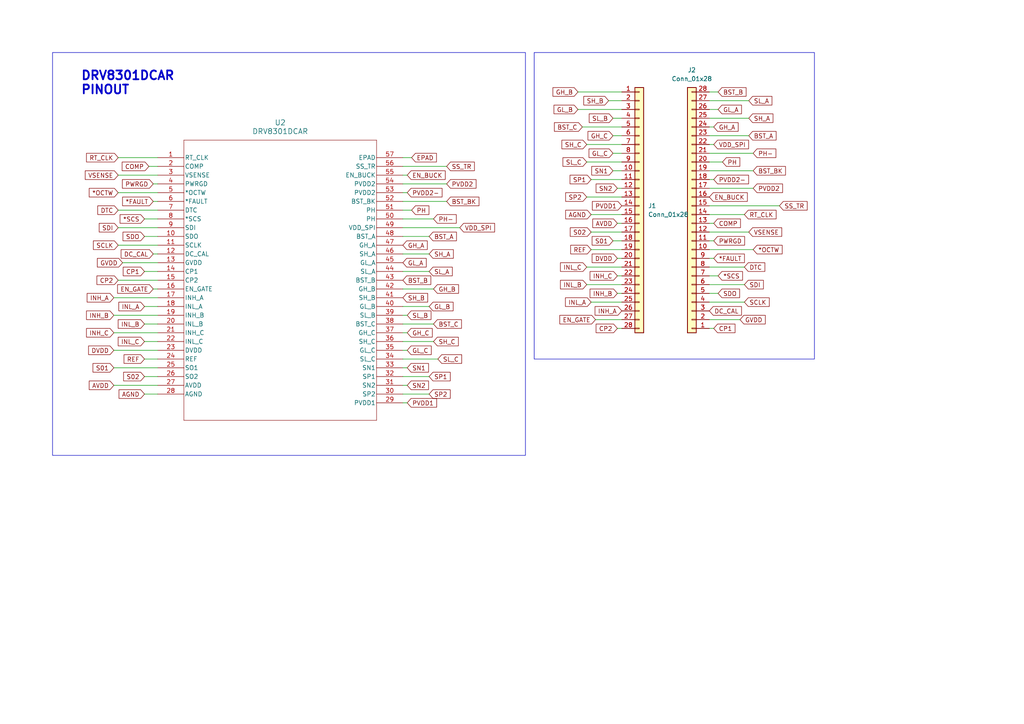
<source format=kicad_sch>
(kicad_sch (version 20231120) (generator "eeschema") (generator_version "8.0")
  (paper "A4")
  (lib_symbols
    (symbol "Connector_Generic:Conn_01x28" (pin_names (offset 1.016) hide)
      (property "Reference" "J" (at 0 35.56 0))
      (property "Value" "Conn_01x28" (at 0 -38.1 0))
      (symbol "Conn_01x28_1_1"
        (rectangle (start -1.27 -35.433) (end 0 -35.687) (stroke (width 0.1524)))
        (rectangle (start -1.27 -32.893) (end 0 -33.147) (stroke (width 0.1524)))
        (rectangle (start -1.27 -30.353) (end 0 -30.607) (stroke (width 0.1524)))
        (rectangle (start -1.27 -27.813) (end 0 -28.067) (stroke (width 0.1524)))
        (rectangle (start -1.27 -25.273) (end 0 -25.527) (stroke (width 0.1524)))
        (rectangle (start -1.27 -22.733) (end 0 -22.987) (stroke (width 0.1524)))
        (rectangle (start -1.27 -20.193) (end 0 -20.447) (stroke (width 0.1524)))
        (rectangle (start -1.27 -17.653) (end 0 -17.907) (stroke (width 0.1524)))
        (rectangle (start -1.27 -15.113) (end 0 -15.367) (stroke (width 0.1524)))
        (rectangle (start -1.27 -12.573) (end 0 -12.827) (stroke (width 0.1524)))
        (rectangle (start -1.27 -10.033) (end 0 -10.287) (stroke (width 0.1524)))
        (rectangle (start -1.27 -7.493) (end 0 -7.747) (stroke (width 0.1524)))
        (rectangle (start -1.27 -4.953) (end 0 -5.207) (stroke (width 0.1524)))
        (rectangle (start -1.27 -2.413) (end 0 -2.667) (stroke (width 0.1524)))
        (rectangle (start -1.27 0.127) (end 0 -0.127) (stroke (width 0.1524)))
        (rectangle (start -1.27 2.667) (end 0 2.413) (stroke (width 0.1524)))
        (rectangle (start -1.27 5.207) (end 0 4.953) (stroke (width 0.1524)))
        (rectangle (start -1.27 7.747) (end 0 7.493) (stroke (width 0.1524)))
        (rectangle (start -1.27 10.287) (end 0 10.033) (stroke (width 0.1524)))
        (rectangle (start -1.27 12.827) (end 0 12.573) (stroke (width 0.1524)))
        (rectangle (start -1.27 15.367) (end 0 15.113) (stroke (width 0.1524)))
        (rectangle (start -1.27 17.907) (end 0 17.653) (stroke (width 0.1524)))
        (rectangle (start -1.27 20.447) (end 0 20.193) (stroke (width 0.1524)))
        (rectangle (start -1.27 22.987) (end 0 22.733) (stroke (width 0.1524)))
        (rectangle (start -1.27 25.527) (end 0 25.273) (stroke (width 0.1524)))
        (rectangle (start -1.27 28.067) (end 0 27.813) (stroke (width 0.1524)))
        (rectangle (start -1.27 30.607) (end 0 30.353) (stroke (width 0.1524)))
        (rectangle (start -1.27 33.147) (end 0 32.893) (stroke (width 0.1524)))
        (rectangle (start -1.27 34.29) (end 1.27 -36.83) (stroke (width 0.254)) (fill (type background)))
        (pin passive line (at -5.08 33.02 0) (length 3.81) (name "Pin_1") (number "1"))
        (pin passive line (at -5.08 10.16 0) (length 3.81) (name "Pin_10") (number "10"))
        (pin passive line (at -5.08 7.62 0) (length 3.81) (name "Pin_11") (number "11"))
        (pin passive line (at -5.08 5.08 0) (length 3.81) (name "Pin_12") (number "12"))
        (pin passive line (at -5.08 2.54 0) (length 3.81) (name "Pin_13") (number "13"))
        (pin passive line (at -5.08 0 0) (length 3.81) (name "Pin_14") (number "14"))
        (pin passive line (at -5.08 -2.54 0) (length 3.81) (name "Pin_15") (number "15"))
        (pin passive line (at -5.08 -5.08 0) (length 3.81) (name "Pin_16") (number "16"))
        (pin passive line (at -5.08 -7.62 0) (length 3.81) (name "Pin_17") (number "17"))
        (pin passive line (at -5.08 -10.16 0) (length 3.81) (name "Pin_18") (number "18"))
        (pin passive line (at -5.08 -12.7 0) (length 3.81) (name "Pin_19") (number "19"))
        (pin passive line (at -5.08 30.48 0) (length 3.81) (name "Pin_2") (number "2"))
        (pin passive line (at -5.08 -15.24 0) (length 3.81) (name "Pin_20") (number "20"))
        (pin passive line (at -5.08 -17.78 0) (length 3.81) (name "Pin_21") (number "21"))
        (pin passive line (at -5.08 -20.32 0) (length 3.81) (name "Pin_22") (number "22"))
        (pin passive line (at -5.08 -22.86 0) (length 3.81) (name "Pin_23") (number "23"))
        (pin passive line (at -5.08 -25.4 0) (length 3.81) (name "Pin_24") (number "24"))
        (pin passive line (at -5.08 -27.94 0) (length 3.81) (name "Pin_25") (number "25"))
        (pin passive line (at -5.08 -30.48 0) (length 3.81) (name "Pin_26") (number "26"))
        (pin passive line (at -5.08 -33.02 0) (length 3.81) (name "Pin_27") (number "27"))
        (pin passive line (at -5.08 -35.56 0) (length 3.81) (name "Pin_28") (number "28"))
        (pin passive line (at -5.08 27.94 0) (length 3.81) (name "Pin_3") (number "3"))
        (pin passive line (at -5.08 25.4 0) (length 3.81) (name "Pin_4") (number "4"))
        (pin passive line (at -5.08 22.86 0) (length 3.81) (name "Pin_5") (number "5"))
        (pin passive line (at -5.08 20.32 0) (length 3.81) (name "Pin_6") (number "6"))
        (pin passive line (at -5.08 17.78 0) (length 3.81) (name "Pin_7") (number "7"))
        (pin passive line (at -5.08 15.24 0) (length 3.81) (name "Pin_8") (number "8"))
        (pin passive line (at -5.08 12.7 0) (length 3.81) (name "Pin_9") (number "9"))
      )
    )
    (symbol "DRV8301DCAR:DRV8301DCAR" (pin_names (offset 0.254))
      (property "Reference" "U" (at 35.56 10.16 0))
      (property "Value" "DRV8301DCAR" (at 35.56 7.62 0))
      (symbol "DRV8301DCAR_0_1"
        (polyline (pts (xy 7.62 -76.2) (xy 63.5 -76.2)) (stroke (width 0.127)))
        (polyline (pts (xy 7.62 5.08) (xy 7.62 -76.2)) (stroke (width 0.127)))
        (polyline (pts (xy 63.5 -76.2) (xy 63.5 5.08)) (stroke (width 0.127)))
        (polyline (pts (xy 63.5 5.08) (xy 7.62 5.08)) (stroke (width 0.127)))
        (pin input line (at 0 0 0) (length 7.62) (name "RT_CLK") (number "1"))
        (pin output line (at 0 -22.86 0) (length 7.62) (name "SDO") (number "10"))
        (pin input line (at 0 -25.4 0) (length 7.62) (name "SCLK") (number "11"))
        (pin input line (at 0 -27.94 0) (length 7.62) (name "DC_CAL") (number "12"))
        (pin power_in line (at 0 -30.48 0) (length 7.62) (name "GVDD") (number "13"))
        (pin power_in line (at 0 -33.02 0) (length 7.62) (name "CP1") (number "14"))
        (pin power_in line (at 0 -35.56 0) (length 7.62) (name "CP2") (number "15"))
        (pin input line (at 0 -38.1 0) (length 7.62) (name "EN_GATE") (number "16"))
        (pin input line (at 0 -40.64 0) (length 7.62) (name "INH_A") (number "17"))
        (pin input line (at 0 -43.18 0) (length 7.62) (name "INL_A") (number "18"))
        (pin input line (at 0 -45.72 0) (length 7.62) (name "INH_B") (number "19"))
        (pin output line (at 0 -2.54 0) (length 7.62) (name "COMP") (number "2"))
        (pin input line (at 0 -48.26 0) (length 7.62) (name "INL_B") (number "20"))
        (pin input line (at 0 -50.8 0) (length 7.62) (name "INH_C") (number "21"))
        (pin input line (at 0 -53.34 0) (length 7.62) (name "INL_C") (number "22"))
        (pin power_in line (at 0 -55.88 0) (length 7.62) (name "DVDD") (number "23"))
        (pin input line (at 0 -58.42 0) (length 7.62) (name "REF") (number "24"))
        (pin output line (at 0 -60.96 0) (length 7.62) (name "SO1") (number "25"))
        (pin output line (at 0 -63.5 0) (length 7.62) (name "SO2") (number "26"))
        (pin power_in line (at 0 -66.04 0) (length 7.62) (name "AVDD") (number "27"))
        (pin power_in line (at 0 -68.58 0) (length 7.62) (name "AGND") (number "28"))
        (pin power_in line (at 71.12 -71.12 180) (length 7.62) (name "PVDD1") (number "29"))
        (pin input line (at 0 -5.08 0) (length 7.62) (name "VSENSE") (number "3"))
        (pin input line (at 71.12 -68.58 180) (length 7.62) (name "SP2") (number "30"))
        (pin input line (at 71.12 -66.04 180) (length 7.62) (name "SN2") (number "31"))
        (pin input line (at 71.12 -63.5 180) (length 7.62) (name "SP1") (number "32"))
        (pin input line (at 71.12 -60.96 180) (length 7.62) (name "SN1") (number "33"))
        (pin input line (at 71.12 -58.42 180) (length 7.62) (name "SL_C") (number "34"))
        (pin output line (at 71.12 -55.88 180) (length 7.62) (name "GL_C") (number "35"))
        (pin input line (at 71.12 -53.34 180) (length 7.62) (name "SH_C") (number "36"))
        (pin output line (at 71.12 -50.8 180) (length 7.62) (name "GH_C") (number "37"))
        (pin power_in line (at 71.12 -48.26 180) (length 7.62) (name "BST_C") (number "38"))
        (pin input line (at 71.12 -45.72 180) (length 7.62) (name "SL_B") (number "39"))
        (pin input line (at 0 -7.62 0) (length 7.62) (name "PWRGD") (number "4"))
        (pin output line (at 71.12 -43.18 180) (length 7.62) (name "GL_B") (number "40"))
        (pin input line (at 71.12 -40.64 180) (length 7.62) (name "SH_B") (number "41"))
        (pin output line (at 71.12 -38.1 180) (length 7.62) (name "GH_B") (number "42"))
        (pin power_in line (at 71.12 -35.56 180) (length 7.62) (name "BST_B") (number "43"))
        (pin input line (at 71.12 -33.02 180) (length 7.62) (name "SL_A") (number "44"))
        (pin output line (at 71.12 -30.48 180) (length 7.62) (name "GL_A") (number "45"))
        (pin input line (at 71.12 -27.94 180) (length 7.62) (name "SH_A") (number "46"))
        (pin output line (at 71.12 -25.4 180) (length 7.62) (name "GH_A") (number "47"))
        (pin power_in line (at 71.12 -22.86 180) (length 7.62) (name "BST_A") (number "48"))
        (pin input line (at 71.12 -20.32 180) (length 7.62) (name "VDD_SPI") (number "49"))
        (pin output line (at 0 -10.16 0) (length 7.62) (name "*OCTW") (number "5"))
        (pin output line (at 71.12 -17.78 180) (length 7.62) (name "PH") (number "50"))
        (pin output line (at 71.12 -15.24 180) (length 7.62) (name "PH") (number "51"))
        (pin power_in line (at 71.12 -12.7 180) (length 7.62) (name "BST_BK") (number "52"))
        (pin power_in line (at 71.12 -10.16 180) (length 7.62) (name "PVDD2") (number "53"))
        (pin power_in line (at 71.12 -7.62 180) (length 7.62) (name "PVDD2") (number "54"))
        (pin input line (at 71.12 -5.08 180) (length 7.62) (name "EN_BUCK") (number "55"))
        (pin input line (at 71.12 -2.54 180) (length 7.62) (name "SS_TR") (number "56"))
        (pin unspecified line (at 71.12 0 180) (length 7.62) (name "EPAD") (number "57"))
        (pin output line (at 0 -12.7 0) (length 7.62) (name "*FAULT") (number "6"))
        (pin input line (at 0 -15.24 0) (length 7.62) (name "DTC") (number "7"))
        (pin input line (at 0 -17.78 0) (length 7.62) (name "*SCS") (number "8"))
        (pin input line (at 0 -20.32 0) (length 7.62) (name "SDI") (number "9"))
      )
    )
  )
  (wire (pts (xy 41.91 93.98) (xy 45.72 93.98)))
  (wire (pts (xy 34.29 55.88) (xy 45.72 55.88)))
  (wire (pts (xy 179.07 54.61) (xy 180.34 54.61)))
  (wire (pts (xy 116.84 101.6) (xy 118.11 101.6)))
  (wire (pts (xy 205.74 82.55) (xy 215.9 82.55)))
  (wire (pts (xy 167.64 31.75) (xy 180.34 31.75)))
  (wire (pts (xy 171.45 52.07) (xy 180.34 52.07)))
  (wire (pts (xy 205.74 80.01) (xy 208.28 80.01)))
  (wire (pts (xy 179.07 74.93) (xy 180.34 74.93)))
  (wire (pts (xy 116.84 45.72) (xy 119.38 45.72)))
  (wire (pts (xy 34.29 66.04) (xy 45.72 66.04)))
  (wire (pts (xy 170.18 41.91) (xy 180.34 41.91)))
  (wire (pts (xy 33.02 101.6) (xy 45.72 101.6)))
  (wire (pts (xy 170.18 77.47) (xy 180.34 77.47)))
  (wire (pts (xy 205.74 74.93) (xy 207.01 74.93)))
  (wire (pts (xy 116.84 88.9) (xy 124.46 88.9)))
  (wire (pts (xy 116.84 104.14) (xy 127 104.14)))
  (wire (pts (xy 116.84 63.5) (xy 125.73 63.5)))
  (wire (pts (xy 205.74 41.91) (xy 207.01 41.91)))
  (wire (pts (xy 34.29 60.96) (xy 45.72 60.96)))
  (wire (pts (xy 170.18 57.15) (xy 180.34 57.15)))
  (wire (pts (xy 34.29 81.28) (xy 45.72 81.28)))
  (wire (pts (xy 205.74 87.63) (xy 215.9 87.63)))
  (wire (pts (xy 177.8 49.53) (xy 180.34 49.53)))
  (wire (pts (xy 205.74 77.47) (xy 215.9 77.47)))
  (wire (pts (xy 177.8 69.85) (xy 180.34 69.85)))
  (wire (pts (xy 171.45 87.63) (xy 180.34 87.63)))
  (wire (pts (xy 116.84 83.82) (xy 125.73 83.82)))
  (wire (pts (xy 179.07 95.25) (xy 180.34 95.25)))
  (wire (pts (xy 116.84 73.66) (xy 124.46 73.66)))
  (wire (pts (xy 116.84 116.84) (xy 118.11 116.84)))
  (wire (pts (xy 205.74 64.77) (xy 207.01 64.77)))
  (wire (pts (xy 116.84 58.42) (xy 129.54 58.42)))
  (wire (pts (xy 34.29 45.72) (xy 45.72 45.72)))
  (wire (pts (xy 205.74 59.69) (xy 226.06 59.69)))
  (wire (pts (xy 205.74 49.53) (xy 218.44 49.53)))
  (wire (pts (xy 168.91 36.83) (xy 180.34 36.83)))
  (wire (pts (xy 116.84 93.98) (xy 125.73 93.98)))
  (wire (pts (xy 179.07 85.09) (xy 180.34 85.09)))
  (wire (pts (xy 205.74 95.25) (xy 207.01 95.25)))
  (wire (pts (xy 171.45 72.39) (xy 180.34 72.39)))
  (wire (pts (xy 41.91 104.14) (xy 45.72 104.14)))
  (wire (pts (xy 205.74 69.85) (xy 207.01 69.85)))
  (wire (pts (xy 205.74 36.83) (xy 207.01 36.83)))
  (wire (pts (xy 116.84 109.22) (xy 124.46 109.22)))
  (wire (pts (xy 116.84 48.26) (xy 129.54 48.26)))
  (wire (pts (xy 205.74 54.61) (xy 218.44 54.61)))
  (wire (pts (xy 34.29 71.12) (xy 45.72 71.12)))
  (wire (pts (xy 205.74 67.31) (xy 217.17 67.31)))
  (wire (pts (xy 205.74 29.21) (xy 217.17 29.21)))
  (wire (pts (xy 41.91 99.06) (xy 45.72 99.06)))
  (wire (pts (xy 33.02 91.44) (xy 45.72 91.44)))
  (wire (pts (xy 205.74 26.67) (xy 208.28 26.67)))
  (wire (pts (xy 171.45 62.23) (xy 180.34 62.23)))
  (wire (pts (xy 205.74 46.99) (xy 209.55 46.99)))
  (wire (pts (xy 116.84 55.88) (xy 118.11 55.88)))
  (wire (pts (xy 33.02 106.68) (xy 45.72 106.68)))
  (wire (pts (xy 116.84 99.06) (xy 125.73 99.06)))
  (wire (pts (xy 205.74 39.37) (xy 217.17 39.37)))
  (wire (pts (xy 205.74 72.39) (xy 218.44 72.39)))
  (wire (pts (xy 116.84 114.3) (xy 124.46 114.3)))
  (wire (pts (xy 41.91 88.9) (xy 45.72 88.9)))
  (wire (pts (xy 44.45 58.42) (xy 45.72 58.42)))
  (wire (pts (xy 170.18 82.55) (xy 180.34 82.55)))
  (wire (pts (xy 41.91 109.22) (xy 45.72 109.22)))
  (wire (pts (xy 167.64 26.67) (xy 180.34 26.67)))
  (wire (pts (xy 41.91 63.5) (xy 45.72 63.5)))
  (wire (pts (xy 116.84 91.44) (xy 118.11 91.44)))
  (wire (pts (xy 34.29 50.8) (xy 45.72 50.8)))
  (wire (pts (xy 179.07 80.01) (xy 180.34 80.01)))
  (wire (pts (xy 205.74 52.07) (xy 207.01 52.07)))
  (wire (pts (xy 205.74 92.71) (xy 214.63 92.71)))
  (wire (pts (xy 172.72 92.71) (xy 180.34 92.71)))
  (wire (pts (xy 179.07 64.77) (xy 180.34 64.77)))
  (wire (pts (xy 176.53 29.21) (xy 180.34 29.21)))
  (wire (pts (xy 116.84 50.8) (xy 118.11 50.8)))
  (wire (pts (xy 177.8 39.37) (xy 180.34 39.37)))
  (wire (pts (xy 33.02 96.52) (xy 45.72 96.52)))
  (wire (pts (xy 44.45 73.66) (xy 45.72 73.66)))
  (wire (pts (xy 41.91 78.74) (xy 45.72 78.74)))
  (wire (pts (xy 116.84 96.52) (xy 118.11 96.52)))
  (wire (pts (xy 41.91 114.3) (xy 45.72 114.3)))
  (wire (pts (xy 116.84 60.96) (xy 119.38 60.96)))
  (wire (pts (xy 205.74 34.29) (xy 217.17 34.29)))
  (wire (pts (xy 205.74 44.45) (xy 218.44 44.45)))
  (wire (pts (xy 171.45 67.31) (xy 180.34 67.31)))
  (wire (pts (xy 116.84 106.68) (xy 118.11 106.68)))
  (wire (pts (xy 177.8 44.45) (xy 180.34 44.45)))
  (wire (pts (xy 44.45 53.34) (xy 45.72 53.34)))
  (wire (pts (xy 41.91 68.58) (xy 45.72 68.58)))
  (wire (pts (xy 44.45 83.82) (xy 45.72 83.82)))
  (wire (pts (xy 116.84 53.34) (xy 129.54 53.34)))
  (wire (pts (xy 33.02 111.76) (xy 45.72 111.76)))
  (wire (pts (xy 116.84 68.58) (xy 124.46 68.58)))
  (wire (pts (xy 33.02 86.36) (xy 45.72 86.36)))
  (wire (pts (xy 177.8 34.29) (xy 180.34 34.29)))
  (wire (pts (xy 116.84 111.76) (xy 118.11 111.76)))
  (wire (pts (xy 205.74 85.09) (xy 208.28 85.09)))
  (wire (pts (xy 170.18 46.99) (xy 180.34 46.99)))
  (wire (pts (xy 116.84 66.04) (xy 133.35 66.04)))
  (wire (pts (xy 205.74 62.23) (xy 215.9 62.23)))
  (wire (pts (xy 35.56 76.2) (xy 45.72 76.2)))
  (wire (pts (xy 43.18 48.26) (xy 45.72 48.26)))
  (wire (pts (xy 116.84 78.74) (xy 124.46 78.74)))
  (wire (pts (xy 205.74 31.75) (xy 208.28 31.75)))
  (rectangle (start 15.24 15.24) (end 152.4 132.08))
  (rectangle (start 154.94 15.24) (end 236.22 104.14))
  (text "DRV8301DCAR \nPINOUT" (at 23.368 24.13 0) (effects (font (size 2.54 2.54) (thickness 0.508) (bold yes)) (justify left)))
  (global_label "INH_C" (shape input) (at 179.07 80.01 180) (property "Intersheetrefs" "${INTERSHEET_REFS}" (effects (hide yes))))
  (global_label "SN2" (shape input) (at 179.07 54.61 180) (property "Intersheetrefs" "${INTERSHEET_REFS}" (effects (hide yes))))
  (global_label "SP1" (shape input) (at 124.46 109.22 0) (property "Intersheetrefs" "${INTERSHEET_REFS}" (effects (hide yes))))
  (global_label "SH_B" (shape input) (at 116.84 86.36 0) (property "Intersheetrefs" "${INTERSHEET_REFS}" (effects (hide yes))))
  (global_label "PH" (shape input) (at 119.38 60.96 0) (property "Intersheetrefs" "${INTERSHEET_REFS}" (effects (hide yes))))
  (global_label "PVDD2" (shape input) (at 129.54 53.34 0) (property "Intersheetrefs" "${INTERSHEET_REFS}" (effects (hide yes))))
  (global_label "PWRGD" (shape input) (at 44.45 53.34 180) (property "Intersheetrefs" "${INTERSHEET_REFS}" (effects (hide yes))))
  (global_label "GL_A" (shape input) (at 116.84 76.2 0) (property "Intersheetrefs" "${INTERSHEET_REFS}" (effects (hide yes))))
  (global_label "DTC" (shape input) (at 34.29 60.96 180) (property "Intersheetrefs" "${INTERSHEET_REFS}" (effects (hide yes))))
  (global_label "PVDD2-" (shape input) (at 118.11 55.88 0) (property "Intersheetrefs" "${INTERSHEET_REFS}" (effects (hide yes))))
  (global_label "S01" (shape input) (at 177.8 69.85 180) (property "Intersheetrefs" "${INTERSHEET_REFS}" (effects (hide yes))))
  (global_label "VDD_SPI" (shape input) (at 207.01 41.91 0) (property "Intersheetrefs" "${INTERSHEET_REFS}" (effects (hide yes))))
  (global_label "SDI" (shape input) (at 34.29 66.04 180) (property "Intersheetrefs" "${INTERSHEET_REFS}" (effects (hide yes))))
  (global_label "COMP" (shape input) (at 43.18 48.26 180) (property "Intersheetrefs" "${INTERSHEET_REFS}" (effects (hide yes))))
  (global_label "SP1" (shape input) (at 171.45 52.07 180) (property "Intersheetrefs" "${INTERSHEET_REFS}" (effects (hide yes))))
  (global_label "*OCTW" (shape input) (at 218.44 72.39 0) (property "Intersheetrefs" "${INTERSHEET_REFS}" (effects (hide yes))))
  (global_label "SCLK" (shape input) (at 215.9 87.63 0) (property "Intersheetrefs" "${INTERSHEET_REFS}" (effects (hide yes))))
  (global_label "CP1" (shape input) (at 207.01 95.25 0) (property "Intersheetrefs" "${INTERSHEET_REFS}" (effects (hide yes))))
  (global_label "GVDD" (shape input) (at 35.56 76.2 180) (property "Intersheetrefs" "${INTERSHEET_REFS}" (effects (hide yes))))
  (global_label "SL_C" (shape input) (at 170.18 46.99 180) (property "Intersheetrefs" "${INTERSHEET_REFS}" (effects (hide yes))))
  (global_label "*SCS" (shape input) (at 41.91 63.5 180) (property "Intersheetrefs" "${INTERSHEET_REFS}" (effects (hide yes))))
  (global_label "INL_A" (shape input) (at 171.45 87.63 180) (property "Intersheetrefs" "${INTERSHEET_REFS}" (effects (hide yes))))
  (global_label "PH-" (shape input) (at 218.44 44.45 0) (property "Intersheetrefs" "${INTERSHEET_REFS}" (effects (hide yes))))
  (global_label "PVDD1" (shape input) (at 180.34 59.69 180) (property "Intersheetrefs" "${INTERSHEET_REFS}" (effects (hide yes))))
  (global_label "PVDD1" (shape input) (at 118.11 116.84 0) (property "Intersheetrefs" "${INTERSHEET_REFS}" (effects (hide yes))))
  (global_label "*OCTW" (shape input) (at 34.29 55.88 180) (property "Intersheetrefs" "${INTERSHEET_REFS}" (effects (hide yes))))
  (global_label "VSENSE" (shape input) (at 34.29 50.8 180) (property "Intersheetrefs" "${INTERSHEET_REFS}" (effects (hide yes))))
  (global_label "AVDD" (shape input) (at 179.07 64.77 180) (property "Intersheetrefs" "${INTERSHEET_REFS}" (effects (hide yes))))
  (global_label "GL_C" (shape input) (at 118.11 101.6 0) (property "Intersheetrefs" "${INTERSHEET_REFS}" (effects (hide yes))))
  (global_label "COMP" (shape input) (at 207.01 64.77 0) (property "Intersheetrefs" "${INTERSHEET_REFS}" (effects (hide yes))))
  (global_label "CP2" (shape input) (at 179.07 95.25 180) (property "Intersheetrefs" "${INTERSHEET_REFS}" (effects (hide yes))))
  (global_label "INL_C" (shape input) (at 41.91 99.06 180) (property "Intersheetrefs" "${INTERSHEET_REFS}" (effects (hide yes))))
  (global_label "*SCS" (shape input) (at 208.28 80.01 0) (property "Intersheetrefs" "${INTERSHEET_REFS}" (effects (hide yes))))
  (global_label "BST_A" (shape input) (at 124.46 68.58 0) (property "Intersheetrefs" "${INTERSHEET_REFS}" (effects (hide yes))))
  (global_label "AGND" (shape input) (at 41.91 114.3 180) (property "Intersheetrefs" "${INTERSHEET_REFS}" (effects (hide yes))))
  (global_label "SH_A" (shape input) (at 124.46 73.66 0) (property "Intersheetrefs" "${INTERSHEET_REFS}" (effects (hide yes))))
  (global_label "SL_A" (shape input) (at 124.46 78.74 0) (property "Intersheetrefs" "${INTERSHEET_REFS}" (effects (hide yes))))
  (global_label "GL_B" (shape input) (at 124.46 88.9 0) (property "Intersheetrefs" "${INTERSHEET_REFS}" (effects (hide yes))))
  (global_label "CP2" (shape input) (at 34.29 81.28 180) (property "Intersheetrefs" "${INTERSHEET_REFS}" (effects (hide yes))))
  (global_label "GH_B" (shape input) (at 167.64 26.67 180) (property "Intersheetrefs" "${INTERSHEET_REFS}" (effects (hide yes))))
  (global_label "BST_BK" (shape input) (at 129.54 58.42 0) (property "Intersheetrefs" "${INTERSHEET_REFS}" (effects (hide yes))))
  (global_label "PVDD2" (shape input) (at 218.44 54.61 0) (property "Intersheetrefs" "${INTERSHEET_REFS}" (effects (hide yes))))
  (global_label "INH_B" (shape input) (at 33.02 91.44 180) (property "Intersheetrefs" "${INTERSHEET_REFS}" (effects (hide yes))))
  (global_label "DC_CAL" (shape input) (at 205.74 90.17 0) (property "Intersheetrefs" "${INTERSHEET_REFS}" (effects (hide yes))))
  (global_label "*FAULT" (shape input) (at 207.01 74.93 0) (property "Intersheetrefs" "${INTERSHEET_REFS}" (effects (hide yes))))
  (global_label "SDO" (shape input) (at 208.28 85.09 0) (property "Intersheetrefs" "${INTERSHEET_REFS}" (effects (hide yes))))
  (global_label "EN_BUCK" (shape input) (at 118.11 50.8 0) (property "Intersheetrefs" "${INTERSHEET_REFS}" (effects (hide yes))))
  (global_label "EN_GATE" (shape input) (at 44.45 83.82 180) (property "Intersheetrefs" "${INTERSHEET_REFS}" (effects (hide yes))))
  (global_label "SCLK" (shape input) (at 34.29 71.12 180) (property "Intersheetrefs" "${INTERSHEET_REFS}" (effects (hide yes))))
  (global_label "AVDD" (shape input) (at 33.02 111.76 180) (property "Intersheetrefs" "${INTERSHEET_REFS}" (effects (hide yes))))
  (global_label "INL_A" (shape input) (at 41.91 88.9 180) (property "Intersheetrefs" "${INTERSHEET_REFS}" (effects (hide yes))))
  (global_label "SH_A" (shape input) (at 217.17 34.29 0) (property "Intersheetrefs" "${INTERSHEET_REFS}" (effects (hide yes))))
  (global_label "BST_BK" (shape input) (at 218.44 49.53 0) (property "Intersheetrefs" "${INTERSHEET_REFS}" (effects (hide yes))))
  (global_label "EN_BUCK" (shape input) (at 205.74 57.15 0) (property "Intersheetrefs" "${INTERSHEET_REFS}" (effects (hide yes))))
  (global_label "VSENSE" (shape input) (at 217.17 67.31 0) (property "Intersheetrefs" "${INTERSHEET_REFS}" (effects (hide yes))))
  (global_label "AGND" (shape input) (at 171.45 62.23 180) (property "Intersheetrefs" "${INTERSHEET_REFS}" (effects (hide yes))))
  (global_label "SH_C" (shape input) (at 125.73 99.06 0) (property "Intersheetrefs" "${INTERSHEET_REFS}" (effects (hide yes))))
  (global_label "SH_C" (shape input) (at 170.18 41.91 180) (property "Intersheetrefs" "${INTERSHEET_REFS}" (effects (hide yes))))
  (global_label "GH_A" (shape input) (at 116.84 71.12 0) (property "Intersheetrefs" "${INTERSHEET_REFS}" (effects (hide yes))))
  (global_label "INH_A" (shape input) (at 33.02 86.36 180) (property "Intersheetrefs" "${INTERSHEET_REFS}" (effects (hide yes))))
  (global_label "VDD_SPI" (shape input) (at 133.35 66.04 0) (property "Intersheetrefs" "${INTERSHEET_REFS}" (effects (hide yes))))
  (global_label "EPAD" (shape input) (at 119.38 45.72 0) (property "Intersheetrefs" "${INTERSHEET_REFS}" (effects (hide yes))))
  (global_label "INL_C" (shape input) (at 170.18 77.47 180) (property "Intersheetrefs" "${INTERSHEET_REFS}" (effects (hide yes))))
  (global_label "SH_B" (shape input) (at 176.53 29.21 180) (property "Intersheetrefs" "${INTERSHEET_REFS}" (effects (hide yes))))
  (global_label "DVDD" (shape input) (at 33.02 101.6 180) (property "Intersheetrefs" "${INTERSHEET_REFS}" (effects (hide yes))))
  (global_label "REF" (shape input) (at 41.91 104.14 180) (property "Intersheetrefs" "${INTERSHEET_REFS}" (effects (hide yes))))
  (global_label "GH_A" (shape input) (at 207.01 36.83 0) (property "Intersheetrefs" "${INTERSHEET_REFS}" (effects (hide yes))))
  (global_label "GVDD" (shape input) (at 214.63 92.71 0) (property "Intersheetrefs" "${INTERSHEET_REFS}" (effects (hide yes))))
  (global_label "DC_CAL" (shape input) (at 44.45 73.66 180) (property "Intersheetrefs" "${INTERSHEET_REFS}" (effects (hide yes))))
  (global_label "BST_A" (shape input) (at 217.17 39.37 0) (property "Intersheetrefs" "${INTERSHEET_REFS}" (effects (hide yes))))
  (global_label "SDI" (shape input) (at 215.9 82.55 0) (property "Intersheetrefs" "${INTERSHEET_REFS}" (effects (hide yes))))
  (global_label "EN_GATE" (shape input) (at 172.72 92.71 180) (property "Intersheetrefs" "${INTERSHEET_REFS}" (effects (hide yes))))
  (global_label "INH_A" (shape input) (at 180.34 90.17 180) (property "Intersheetrefs" "${INTERSHEET_REFS}" (effects (hide yes))))
  (global_label "INH_B" (shape input) (at 179.07 85.09 180) (property "Intersheetrefs" "${INTERSHEET_REFS}" (effects (hide yes))))
  (global_label "SL_A" (shape input) (at 217.17 29.21 0) (property "Intersheetrefs" "${INTERSHEET_REFS}" (effects (hide yes))))
  (global_label "S01" (shape input) (at 33.02 106.68 180) (property "Intersheetrefs" "${INTERSHEET_REFS}" (effects (hide yes))))
  (global_label "SP2" (shape input) (at 170.18 57.15 180) (property "Intersheetrefs" "${INTERSHEET_REFS}" (effects (hide yes))))
  (global_label "PH-" (shape input) (at 125.73 63.5 0) (property "Intersheetrefs" "${INTERSHEET_REFS}" (effects (hide yes))))
  (global_label "SS_TR" (shape input) (at 226.06 59.69 0) (property "Intersheetrefs" "${INTERSHEET_REFS}" (effects (hide yes))))
  (global_label "BST_C" (shape input) (at 168.91 36.83 180) (property "Intersheetrefs" "${INTERSHEET_REFS}" (effects (hide yes))))
  (global_label "GL_C" (shape input) (at 177.8 44.45 180) (property "Intersheetrefs" "${INTERSHEET_REFS}" (effects (hide yes))))
  (global_label "GH_C" (shape input) (at 177.8 39.37 180) (property "Intersheetrefs" "${INTERSHEET_REFS}" (effects (hide yes))))
  (global_label "S02" (shape input) (at 171.45 67.31 180) (property "Intersheetrefs" "${INTERSHEET_REFS}" (effects (hide yes))))
  (global_label "SN1" (shape input) (at 118.11 106.68 0) (property "Intersheetrefs" "${INTERSHEET_REFS}" (effects (hide yes))))
  (global_label "INH_C" (shape input) (at 33.02 96.52 180) (property "Intersheetrefs" "${INTERSHEET_REFS}" (effects (hide yes))))
  (global_label "PWRGD" (shape input) (at 207.01 69.85 0) (property "Intersheetrefs" "${INTERSHEET_REFS}" (effects (hide yes))))
  (global_label "INL_B" (shape input) (at 41.91 93.98 180) (property "Intersheetrefs" "${INTERSHEET_REFS}" (effects (hide yes))))
  (global_label "BST_B" (shape input) (at 208.28 26.67 0) (property "Intersheetrefs" "${INTERSHEET_REFS}" (effects (hide yes))))
  (global_label "REF" (shape input) (at 171.45 72.39 180) (property "Intersheetrefs" "${INTERSHEET_REFS}" (effects (hide yes))))
  (global_label "SL_B" (shape input) (at 118.11 91.44 0) (property "Intersheetrefs" "${INTERSHEET_REFS}" (effects (hide yes))))
  (global_label "PH" (shape input) (at 209.55 46.99 0) (property "Intersheetrefs" "${INTERSHEET_REFS}" (effects (hide yes))))
  (global_label "GH_B" (shape input) (at 125.73 83.82 0) (property "Intersheetrefs" "${INTERSHEET_REFS}" (effects (hide yes))))
  (global_label "SP2" (shape input) (at 124.46 114.3 0) (property "Intersheetrefs" "${INTERSHEET_REFS}" (effects (hide yes))))
  (global_label "RT_CLK" (shape input) (at 34.29 45.72 180) (property "Intersheetrefs" "${INTERSHEET_REFS}" (effects (hide yes))))
  (global_label "SN2" (shape input) (at 118.11 111.76 0) (property "Intersheetrefs" "${INTERSHEET_REFS}" (effects (hide yes))))
  (global_label "GL_A" (shape input) (at 208.28 31.75 0) (property "Intersheetrefs" "${INTERSHEET_REFS}" (effects (hide yes))))
  (global_label "SS_TR" (shape input) (at 129.54 48.26 0) (property "Intersheetrefs" "${INTERSHEET_REFS}" (effects (hide yes))))
  (global_label "*FAULT" (shape input) (at 44.45 58.42 180) (property "Intersheetrefs" "${INTERSHEET_REFS}" (effects (hide yes))))
  (global_label "RT_CLK" (shape input) (at 215.9 62.23 0) (property "Intersheetrefs" "${INTERSHEET_REFS}" (effects (hide yes))))
  (global_label "PVDD2-" (shape input) (at 207.01 52.07 0) (property "Intersheetrefs" "${INTERSHEET_REFS}" (effects (hide yes))))
  (global_label "BST_C" (shape input) (at 125.73 93.98 0) (property "Intersheetrefs" "${INTERSHEET_REFS}" (effects (hide yes))))
  (global_label "DVDD" (shape input) (at 179.07 74.93 180) (property "Intersheetrefs" "${INTERSHEET_REFS}" (effects (hide yes))))
  (global_label "SL_B" (shape input) (at 177.8 34.29 180) (property "Intersheetrefs" "${INTERSHEET_REFS}" (effects (hide yes))))
  (global_label "SDO" (shape input) (at 41.91 68.58 180) (property "Intersheetrefs" "${INTERSHEET_REFS}" (effects (hide yes))))
  (global_label "S02" (shape input) (at 41.91 109.22 180) (property "Intersheetrefs" "${INTERSHEET_REFS}" (effects (hide yes))))
  (global_label "GH_C" (shape input) (at 118.11 96.52 0) (property "Intersheetrefs" "${INTERSHEET_REFS}" (effects (hide yes))))
  (global_label "DTC" (shape input) (at 215.9 77.47 0) (property "Intersheetrefs" "${INTERSHEET_REFS}" (effects (hide yes))))
  (global_label "SL_C" (shape input) (at 127 104.14 0) (property "Intersheetrefs" "${INTERSHEET_REFS}" (effects (hide yes))))
  (global_label "INL_B" (shape input) (at 170.18 82.55 180) (property "Intersheetrefs" "${INTERSHEET_REFS}" (effects (hide yes))))
  (global_label "SN1" (shape input) (at 177.8 49.53 180) (property "Intersheetrefs" "${INTERSHEET_REFS}" (effects (hide yes))))
  (global_label "BST_B" (shape input) (at 116.84 81.28 0) (property "Intersheetrefs" "${INTERSHEET_REFS}" (effects (hide yes))))
  (global_label "CP1" (shape input) (at 41.91 78.74 180) (property "Intersheetrefs" "${INTERSHEET_REFS}" (effects (hide yes))))
  (global_label "GL_B" (shape input) (at 167.64 31.75 180) (property "Intersheetrefs" "${INTERSHEET_REFS}" (effects (hide yes))))
  (symbol (lib_id "Connector_Generic:Conn_01x28") (at 185.42 59.69 0) (unit 1)
    (property "Reference" "J1" (at 187.96 59.6899 0) (effects (justify left)))
    (property "Value" "Conn_01x28" (at 187.96 62.2299 0) (effects (justify left)))
    (property "Footprint" "Connector_PinHeader_2.54mm:PinHeader_1x28_P2.54mm_Vertical" (effects (hide yes)))
    (property "Description" "Generic connector, single row, 01x28, script generated (kicad-library-utils/schlib/autogen/connector/)" (effects (hide yes)))
  )
  (symbol (lib_id "Connector_Generic:Conn_01x28") (at 200.66 62.23 180) (unit 1)
    (property "Reference" "J2" (at 200.66 20.32 0))
    (property "Value" "Conn_01x28" (at 200.66 22.86 0))
    (property "Footprint" "Connector_PinHeader_2.54mm:PinHeader_1x28_P2.54mm_Vertical" (effects (hide yes)))
    (property "Description" "Generic connector, single row, 01x28, script generated (kicad-library-utils/schlib/autogen/connector/)" (effects (hide yes)))
  )
  (symbol (lib_id "DRV8301DCAR:DRV8301DCAR") (at 45.72 45.72 0) (unit 1)
    (property "Reference" "U2" (at 81.28 35.56 0) (effects (font (size 1.524 1.524))))
    (property "Value" "DRV8301DCAR" (at 81.28 38.1 0) (effects (font (size 1.524 1.524))))
    (property "Footprint" "DRV8301DCAR:DRV8301DCAR PADGND" (effects (hide yes)))
    (property "Datasheet" "DRV8301DCAR" (effects (hide yes)))
  )
)
</source>
